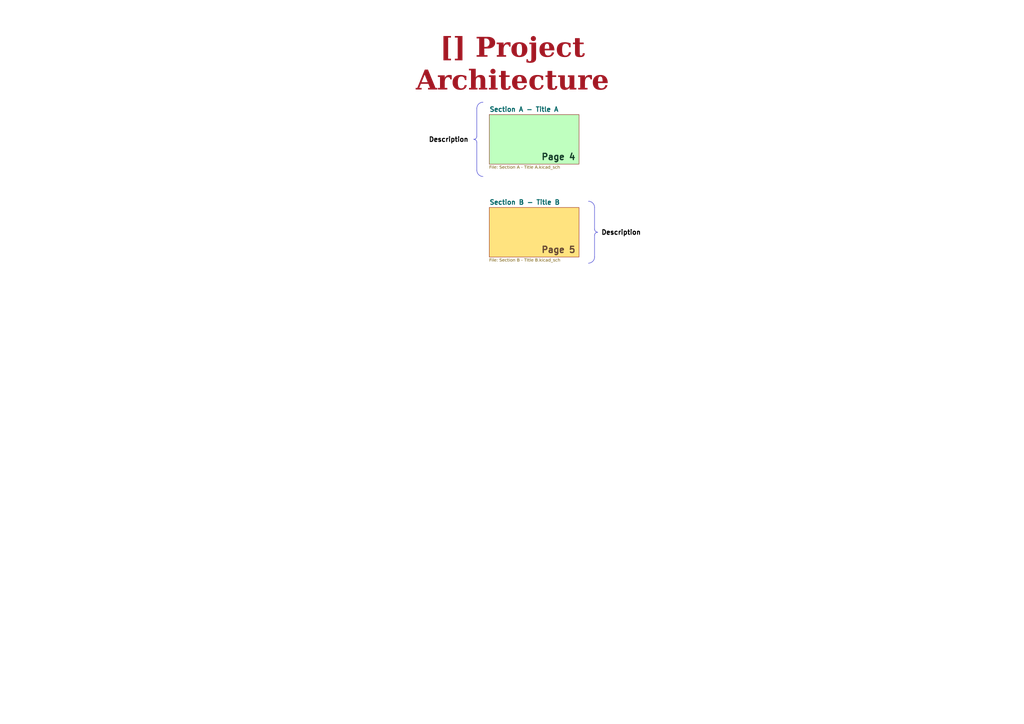
<source format=kicad_sch>
(kicad_sch
	(version 20250114)
	(generator "eeschema")
	(generator_version "9.0")
	(uuid "43756dca-f8f6-4179-bbe2-5af9585c666d")
	(paper "A3")
	(title_block
		(title "Project Architecture")
		(date "Last Modified Date")
		(rev "${REVISION}")
		(company "${COMPANY}")
	)
	(lib_symbols)
	(arc
		(start 243.86 96.5)
		(mid 244.2349 95.6049)
		(end 245.13 95.23)
		(stroke
			(width 0)
			(type default)
		)
		(fill
			(type none)
		)
		(uuid 055071ba-7216-47dc-af92-e615f4e56e85)
	)
	(arc
		(start 195.58 55.88)
		(mid 195.2051 56.7751)
		(end 194.31 57.15)
		(stroke
			(width 0)
			(type default)
		)
		(fill
			(type none)
		)
		(uuid 463357f7-f9d2-46fa-b0b6-a6251e6ce150)
	)
	(arc
		(start 241.32 82.53)
		(mid 243.1102 83.2798)
		(end 243.86 85.07)
		(stroke
			(width 0)
			(type default)
		)
		(fill
			(type none)
		)
		(uuid 73f6865c-4f24-4b13-a9e7-cf8bfa00ee32)
	)
	(arc
		(start 194.31 57.15)
		(mid 195.2051 57.5249)
		(end 195.58 58.42)
		(stroke
			(width 0)
			(type default)
		)
		(fill
			(type none)
		)
		(uuid a134b516-cfaf-437e-b6e0-fd4fe5086d29)
	)
	(arc
		(start 243.86 105.39)
		(mid 243.1161 107.1861)
		(end 241.32 107.93)
		(stroke
			(width 0)
			(type default)
		)
		(fill
			(type none)
		)
		(uuid a8227c96-ad98-472e-856e-98a46a3c9121)
	)
	(arc
		(start 245.13 95.23)
		(mid 244.2349 94.8551)
		(end 243.86 93.96)
		(stroke
			(width 0)
			(type default)
		)
		(fill
			(type none)
		)
		(uuid cc4cf7fb-4bd9-4be9-81d7-4f1f2d80469e)
	)
	(arc
		(start 195.58 44.45)
		(mid 196.3239 42.6539)
		(end 198.12 41.91)
		(stroke
			(width 0)
			(type default)
		)
		(fill
			(type none)
		)
		(uuid d1fe5f0f-24cb-4f3d-baf1-1b36c0a6f68e)
	)
	(arc
		(start 198.12 72.39)
		(mid 196.3298 71.6402)
		(end 195.58 69.85)
		(stroke
			(width 0)
			(type default)
		)
		(fill
			(type none)
		)
		(uuid d8a608aa-d710-4d73-9273-2b52adac6230)
	)
	(text "Page 4"
		(exclude_from_sim no)
		(at 236.22 66.04 0)
		(effects
			(font
				(size 2.54 2.54)
				(bold yes)
				(color 20 60 40 1)
			)
			(justify right bottom)
			(href "#4")
		)
		(uuid "978bb74e-ca07-4b21-b2dc-19b812f717e9")
	)
	(text "Page 5"
		(exclude_from_sim no)
		(at 236.22 104.14 0)
		(effects
			(font
				(size 2.54 2.54)
				(bold yes)
				(color 100 70 50 1)
			)
			(justify right bottom)
			(href "#5")
		)
		(uuid "c54c21a6-b82f-4883-adfa-9cf31abe82f0")
	)
	(text_box "Description"
		(exclude_from_sim no)
		(at 176.53 54.61 0)
		(size 17.145 5.08)
		(margins 1.4287 1.4287 1.4287 1.4287)
		(stroke
			(width -0.0001)
			(type default)
		)
		(fill
			(type none)
		)
		(effects
			(font
				(size 1.905 1.905)
				(thickness 0.381)
				(bold yes)
				(color 0 0 0 1)
			)
			(justify right top)
		)
		(uuid "51bc3fdc-86f1-4742-b7d8-53f1faaab343")
	)
	(text_box "[${#}] ${TITLE}"
		(exclude_from_sim no)
		(at 144.78 20.32 0)
		(size 130.81 12.7)
		(margins 5.9999 5.9999 5.9999 5.9999)
		(stroke
			(width -0.0001)
			(type default)
		)
		(fill
			(type none)
		)
		(effects
			(font
				(face "Times New Roman")
				(size 8 8)
				(thickness 1.2)
				(bold yes)
				(color 162 22 34 1)
			)
		)
		(uuid "7fa5cc40-6c97-487c-9cc7-412504f68533")
	)
	(text_box "Description"
		(exclude_from_sim no)
		(at 245.11 92.71 0)
		(size 26.015 5.1)
		(margins 1.4287 1.4287 1.4287 1.4287)
		(stroke
			(width -0.0001)
			(type default)
		)
		(fill
			(type none)
		)
		(effects
			(font
				(size 1.905 1.905)
				(thickness 0.381)
				(bold yes)
				(color 0 0 0 1)
			)
			(justify left top)
		)
		(uuid "ea2adac5-d133-46b2-a7ff-14a70e2ad344")
	)
	(polyline
		(pts
			(xy 195.58 58.42) (xy 195.58 69.85)
		)
		(stroke
			(width 0)
			(type default)
		)
		(uuid "1e3c70a2-22df-46ef-a52f-0f821498dc0c")
	)
	(polyline
		(pts
			(xy 195.58 55.88) (xy 195.58 44.45)
		)
		(stroke
			(width 0)
			(type default)
		)
		(uuid "41045457-e885-4cf4-93f2-cdba80791e7b")
	)
	(polyline
		(pts
			(xy 243.84 85.09) (xy 243.84 93.98)
		)
		(stroke
			(width 0)
			(type default)
		)
		(uuid "5f799f7d-3b4c-429a-be80-1688600486e9")
	)
	(polyline
		(pts
			(xy 243.84 96.52) (xy 243.84 105.41)
		)
		(stroke
			(width 0)
			(type default)
		)
		(uuid "f890bb63-7be7-434c-9d54-8102b0d37829")
	)
	(sheet
		(at 200.66 46.99)
		(size 36.83 20.32)
		(exclude_from_sim no)
		(in_bom yes)
		(on_board yes)
		(dnp no)
		(fields_autoplaced yes)
		(stroke
			(width 0.1524)
			(type solid)
		)
		(fill
			(color 128 255 128 0.5000)
		)
		(uuid "7d5a1283-086b-46b0-8df7-a9850521fb5e")
		(property "Sheetname" "Section A - Title A"
			(at 200.66 45.9609 0)
			(effects
				(font
					(size 1.905 1.905)
					(bold yes)
				)
				(justify left bottom)
			)
		)
		(property "Sheetfile" "Section A - Title A.kicad_sch"
			(at 200.66 67.8946 0)
			(effects
				(font
					(face "Arial")
					(size 1.27 1.27)
				)
				(justify left top)
			)
		)
		(instances
			(project "kode_KiCad_Template"
				(path "/0650c7a8-acba-429c-9f8e-eec0baf0bc1c/fede4c36-00cc-4d3d-b71c-5243ba232202"
					(page "4")
				)
			)
		)
	)
	(sheet
		(at 200.66 85.09)
		(size 36.83 20.32)
		(exclude_from_sim no)
		(in_bom yes)
		(on_board yes)
		(dnp no)
		(fields_autoplaced yes)
		(stroke
			(width 0.1524)
			(type solid)
		)
		(fill
			(color 255 200 0 0.5020)
		)
		(uuid "e6015f1e-cbce-46f4-85e1-3d5463a17dc1")
		(property "Sheetname" "Section B - Title B"
			(at 200.66 84.0609 0)
			(effects
				(font
					(size 1.905 1.905)
					(bold yes)
				)
				(justify left bottom)
			)
		)
		(property "Sheetfile" "Section B - TItle B.kicad_sch"
			(at 200.66 105.9946 0)
			(effects
				(font
					(face "Arial")
					(size 1.27 1.27)
				)
				(justify left top)
			)
		)
		(instances
			(project "kode_KiCad_Template"
				(path "/0650c7a8-acba-429c-9f8e-eec0baf0bc1c/fede4c36-00cc-4d3d-b71c-5243ba232202"
					(page "5")
				)
			)
		)
	)
)

</source>
